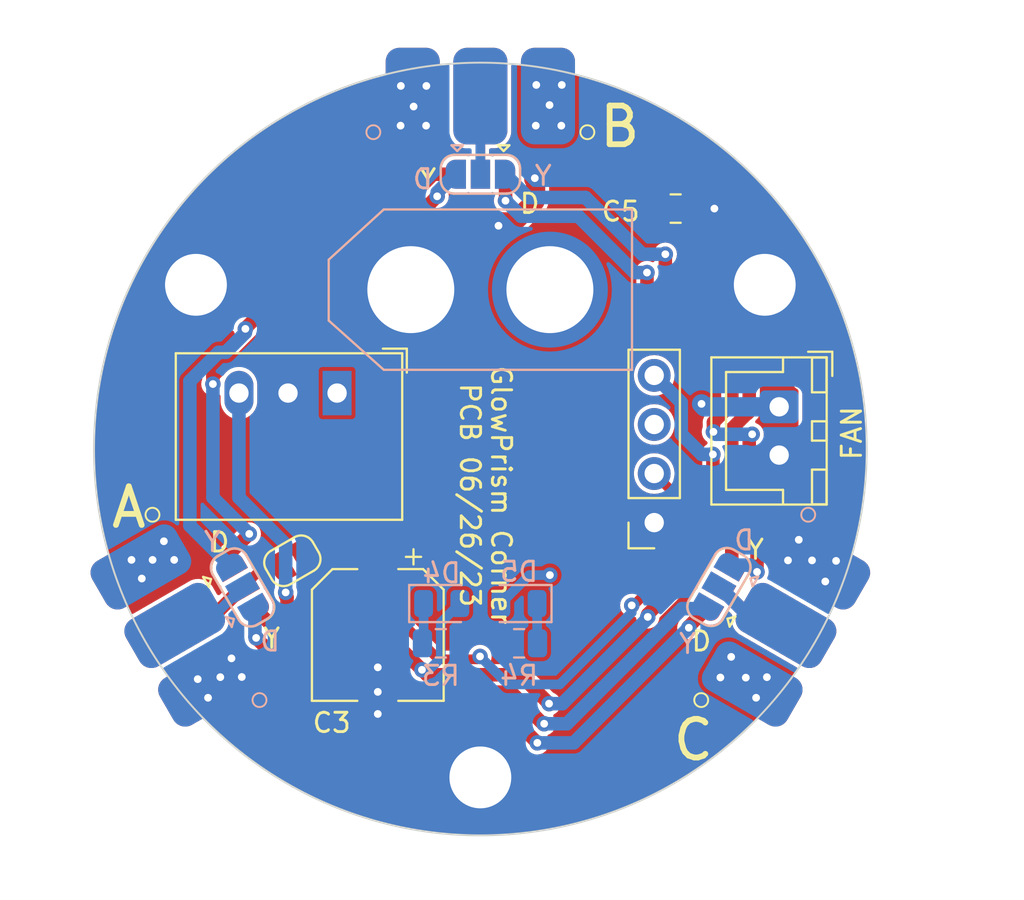
<source format=kicad_pcb>
(kicad_pcb (version 20221018) (generator pcbnew)
  (layers (0 "F.Cu" signal) (31 "B.Cu" signal) (34 "B.Paste" user) (35 "F.Paste" user) (36 "B.SilkS" user "B.Silkscreen") (37 "F.SilkS" user "F.Silkscreen") (38 "B.Mask" user) (39 "F.Mask" user) (44 "Edge.Cuts" user))
  (net 0 "")
  (net 1 "VCC")
  (net 2 "GND")
  (net 3 "Net-(D4-K)")
  (net 4 "+5V")
  (net 5 "Net-(D5-K)")
  (net 6 "Net-(J1-Pin_2)")
  (net 7 "Net-(J2-Pin_2)")
  (net 8 "Net-(J3-Pin_2)")
  (net 9 "Net-(J4-Pin_2)")
  (net 10 "Net-(J5-Pin_2)")
  (net 11 "Net-(J6-Pin_2)")
  (net 12 "AInput")
  (net 14 "Net-(JP2-A)")
  (net 15 "Net-(JP2-B)")
  (net 16 "Net-(JP3-A)")
  (net 17 "Net-(JP3-B)")
  (net 18 "Net-(JP4-A)")
  (net 19 "Net-(JP4-B)")
  (footprint "Library Cube Library:3 Pad Input" (layer "F.Cu") (at 0 -17 -90)
    (fp_text reference "J5" hide)
    (fp_text value "Conn_01x03_Pin")
    (pad "1" smd roundrect (at -1.27 -3.5 270) (size 5 2.8) (layers "F.Cu" "F.Paste" "F.Mask") (net 1 "VCC"))
    (pad "2" smd roundrect (at -1.27 0 270) (size 5 2.8) (layers "F.Cu" "F.Paste" "F.Mask") (net 10 "Net-(J5-Pin_2)"))
    (pad "3" smd roundrect (at -1.27 3.5 270) (size 5 2.8) (layers "F.Cu" "F.Paste" "F.Mask") (net 2 "GND"))
  )
  (footprint "Connector_PinSocket_2.54mm:PinSocket_1x04_P2.54mm_Vertical" (layer "F.Cu") (at 9 3.81 180)
    (fp_text reference "J8" hide)
    (fp_text value "Conn_01x04")
    (pad "1" thru_hole rect (at 0 0 180) (size 1.7 1.7) (drill 1) (layers "*.Cu" "*.Mask") (net 2 "GND"))
    (pad "2" thru_hole oval (at 0 2.54 180) (size 1.7 1.7) (drill 1) (layers "*.Cu" "*.Mask") (net 12 "AInput"))
    (pad "3" thru_hole oval (at 0 5.08 180) (size 1.7 1.7) (drill 1) (layers "*.Cu" "*.Mask"))
    (pad "4" thru_hole oval (at 0 7.62 180) (size 1.7 1.7) (drill 1) (layers "*.Cu" "*.Mask") (net 4 "+5V"))
  )
  (footprint "Jumper:SolderJumper-3_P1.3mm_Open_RoundedPad1.0x1.5mm" (layer "F.Cu") (at 12.3548 7.145633 60)
    (fp_text reference "JP4" hide)
    (fp_text value "SolderJumper_3_Open")
    (pad "1" smd custom (at -1.3 0 60) (size 1 0.5) (layers "F.Cu" "F.Mask") (net 18 "Net-(JP4-A)") (options (clearance outline) (anchor rect)) (primitives (gr_circle (center 0 0.25) (end 0.5 0.25) (width 0) (fill yes)) (gr_circle (center 0 -0.25) (end 0.5 -0.25) (width 0) (fill yes)) (gr_poly (pts (xy 0.55 0.75) (xy 0 0.75) (xy 0 -0.75) (xy 0.55 -0.75)) (width 0) (fill yes))))
    (pad "2" smd rect (at 0 0 60) (size 1 1.5) (layers "F.Cu" "F.Mask") (net 11 "Net-(J6-Pin_2)"))
    (pad "3" smd custom (at 1.3 0 60) (size 1 0.5) (layers "F.Cu" "F.Mask") (net 19 "Net-(JP4-B)") (options (clearance outline) (anchor rect)) (primitives (gr_circle (center 0 0.25) (end 0.5 0.25) (width 0) (fill yes)) (gr_circle (center 0 -0.25) (end 0.5 -0.25) (width 0) (fill yes)) (gr_poly (pts (xy 0 0.75) (xy -0.55 0.75) (xy -0.55 -0.75) (xy 0 -0.75)) (width 0) (fill yes))))
  )
  (footprint "Connector_JST:JST_XH_B2B-XH-A_1x02_P2.50mm_Vertical" (layer "F.Cu") (at 15.4686 -2.1844 -90)
    (fp_text reference "J9" hide)
    (fp_text value "Conn_01x02")
    (pad "1" thru_hole roundrect (at 0 0 270) (size 1.7 2) (drill 1) (layers "*.Cu" "*.Mask") (roundrect_rratio 0.1470588235) (net 1 "VCC"))
    (pad "2" thru_hole oval (at 2.5 0 270) (size 1.7 2) (drill 1) (layers "*.Cu" "*.Mask") (net 2 "GND"))
  )
  (footprint "Library Cube Library:3 Pad Input" (layer "F.Cu") (at 14.722432 8.5 150)
    (fp_text reference "J6" hide)
    (fp_text value "Conn_01x03_Pin")
    (pad "1" smd roundrect (at -1.27 -3.5 150) (size 5 2.8) (layers "F.Cu" "F.Paste" "F.Mask") (net 1 "VCC"))
    (pad "2" smd roundrect (at -1.27 0 150) (size 5 2.8) (layers "F.Cu" "F.Paste" "F.Mask") (net 11 "Net-(J6-Pin_2)"))
    (pad "3" smd roundrect (at -1.27 3.5 150) (size 5 2.8) (layers "F.Cu" "F.Paste" "F.Mask") (net 2 "GND"))
  )
  (footprint "MountingHole:MountingHole_3.2mm_M3_DIN965_Pad" (layer "F.Cu") (at 14.722432 -8.5)
    (fp_text reference "H2" hide)
    (fp_text value "MountingHole_Pad")
    (pad "1" thru_hole circle (at 0 0) (size 5.6 5.6) (drill 3.2) (layers "*.Cu" "*.Mask") (net 2 "GND"))
  )
  (footprint "Capacitor_SMD:C_0805_2012Metric" (layer "F.Cu") (at 10.1092 -12.446)
    (fp_text reference "C5" (at -2.8448 0.1524) (layer "F.SilkS"))
    (fp_text value "1uF")
    (pad "1" smd roundrect (at -0.95 0) (size 1 1.45) (layers "F.Cu" "F.Paste" "F.Mask") (net 1 "VCC"))
    (pad "2" smd roundrect (at 0.95 0) (size 1 1.45) (layers "F.Cu" "F.Paste" "F.Mask") (net 2 "GND"))
  )
  (footprint "Jumper:SolderJumper-3_P1.3mm_Open_RoundedPad1.0x1.5mm" (layer "F.Cu") (at 0.0046 -14.224 180)
    (fp_text reference "JP3" hide)
    (fp_text value "SolderJumper_3_Open")
    (pad "1" smd custom (at -1.3 0 180) (size 1 0.5) (layers "F.Cu" "F.Mask") (net 16 "Net-(JP3-A)") (options (clearance outline) (anchor rect)) (primitives (gr_circle (center 0 0.25) (end 0.5 0.25) (width 0) (fill yes)) (gr_circle (center 0 -0.25) (end 0.5 -0.25) (width 0) (fill yes)) (gr_poly (pts (xy 0.55 0.75) (xy 0 0.75) (xy 0 -0.75) (xy 0.55 -0.75)) (width 0) (fill yes))))
    (pad "2" smd rect (at 0 0 180) (size 1 1.5) (layers "F.Cu" "F.Mask") (net 10 "Net-(J5-Pin_2)"))
    (pad "3" smd custom (at 1.3 0 180) (size 1 0.5) (layers "F.Cu" "F.Mask") (net 17 "Net-(JP3-B)") (options (clearance outline) (anchor rect)) (primitives (gr_circle (center 0 0.25) (end 0.5 0.25) (width 0) (fill yes)) (gr_circle (center 0 -0.25) (end 0.5 -0.25) (width 0) (fill yes)) (gr_poly (pts (xy 0 0.75) (xy -0.55 0.75) (xy -0.55 -0.75) (xy 0 -0.75)) (width 0) (fill yes))))
  )
  (footprint "Jumper:SolderJumper-3_P1.3mm_Open_RoundedPad1.0x1.5mm" (layer "F.Cu") (at -12.304 7.171033 -60)
    (fp_text reference "JP2" hide)
    (fp_text value "SolderJumper_3_Open")
    (pad "1" smd custom (at -1.3 0 300) (size 1 0.5) (layers "F.Cu" "F.Mask") (net 14 "Net-(JP2-A)") (options (clearance outline) (anchor rect)) (primitives (gr_circle (center 0 0.25) (end 0.5 0.25) (width 0) (fill yes)) (gr_circle (center 0 -0.25) (end 0.5 -0.25) (width 0) (fill yes)) (gr_poly (pts (xy 0.55 0.75) (xy 0 0.75) (xy 0 -0.75) (xy 0.55 -0.75)) (width 0) (fill yes))))
    (pad "2" smd rect (at 0 0 300) (size 1 1.5) (layers "F.Cu" "F.Mask") (net 9 "Net-(J4-Pin_2)"))
    (pad "3" smd custom (at 1.3 0 300) (size 1 0.5) (layers "F.Cu" "F.Mask") (net 15 "Net-(JP2-B)") (options (clearance outline) (anchor rect)) (primitives (gr_circle (center 0 0.25) (end 0.5 0.25) (width 0) (fill yes)) (gr_circle (center 0 -0.25) (end 0.5 -0.25) (width 0) (fill yes)) (gr_poly (pts (xy 0 0.75) (xy -0.55 0.75) (xy -0.55 -0.75) (xy 0 -0.75)) (width 0) (fill yes))))
  )
  (footprint "Converter_DCDC:Converter_DCDC_RECOM_R-78E-0.5_THT" (layer "F.Cu") (at -7.4168 -2.8956 180)
    (fp_text reference "U1" hide)
    (fp_text value "R-78E5.0-0.5")
    (pad "1" thru_hole rect (at 0 0 180) (size 1.5 2.3) (drill 1) (layers "*.Cu" "*.Mask") (net 1 "VCC"))
    (pad "2" thru_hole oval (at 2.54 0 180) (size 1.5 2.3) (drill 1) (layers "*.Cu" "*.Mask") (net 2 "GND"))
    (pad "3" thru_hole oval (at 5.08 0 180) (size 1.5 2.3) (drill 1) (layers "*.Cu" "*.Mask") (net 4 "+5V"))
  )
  (footprint "Jumper:SolderJumper-2_P1.3mm_Open_RoundedPad1.0x1.5mm" (layer "F.Cu") (at -9.732317 5.786 30)
    (fp_text reference "JP1" hide)
    (fp_text value "SolderJumper_2_Open")
    (pad "1" smd custom (at -0.65 0 30) (size 1 0.5) (layers "F.Cu" "F.Mask") (net 9 "Net-(J4-Pin_2)") (options (clearance outline) (anchor rect)) (primitives (gr_circle (center 0 0.25) (end 0.5 0.25) (width 0) (fill yes)) (gr_circle (center 0 -0.25) (end 0.5 -0.25) (width 0) (fill yes)) (gr_poly (pts (xy 0.5 0.75) (xy 0 0.75) (xy 0 -0.75) (xy 0.5 -0.75)) (width 0) (fill yes))))
    (pad "2" smd custom (at 0.65 0 30) (size 1 0.5) (layers "F.Cu" "F.Mask") (net 12 "AInput") (options (clearance outline) (anchor rect)) (primitives (gr_circle (center 0 0.25) (end 0.5 0.25) (width 0) (fill yes)) (gr_circle (center 0 -0.25) (end 0.5 -0.25) (width 0) (fill yes)) (gr_poly (pts (xy 0 0.75) (xy -0.5 0.75) (xy -0.5 -0.75) (xy 0 -0.75)) (width 0) (fill yes))))
  )
  (footprint "MountingHole:MountingHole_3.2mm_M3_DIN965_Pad" (layer "F.Cu") (at 0 17)
    (fp_text reference "H1" hide)
    (fp_text value "MountingHole_Pad")
    (pad "1" thru_hole circle (at 0 0) (size 5.6 5.6) (drill 3.2) (layers "*.Cu" "*.Mask") (net 2 "GND"))
  )
  (footprint "Library Cube Library:3 Pad Input" (layer "F.Cu") (at -14.722432 8.5 30)
    (fp_text reference "J4" hide)
    (fp_text value "Conn_01x03_Pin")
    (pad "1" smd roundrect (at -1.27 -3.5 30) (size 5 2.8) (layers "F.Cu" "F.Paste" "F.Mask") (net 1 "VCC"))
    (pad "2" smd roundrect (at -1.27 0 30) (size 5 2.8) (layers "F.Cu" "F.Paste" "F.Mask") (net 9 "Net-(J4-Pin_2)"))
    (pad "3" smd roundrect (at -1.27 3.5 30) (size 5 2.8) (layers "F.Cu" "F.Paste" "F.Mask") (net 2 "GND"))
  )
  (footprint "Capacitor_SMD:CP_Elec_6.3x5.9" (layer "F.Cu") (at -5.3086 9.6266 -90)
    (fp_text reference "C3" (at 4.5466 2.3876 -180) (layer "F.SilkS"))
    (fp_text value "47uF")
    (pad "1" smd roundrect (at -2.8 0 270) (size 3.5 1.6) (layers "F.Cu" "F.Paste" "F.Mask") (roundrect_rratio 0.15625) (net 1 "VCC"))
    (pad "2" smd roundrect (at 2.8 0 270) (size 3.5 1.6) (layers "F.Cu" "F.Paste" "F.Mask") (roundrect_rratio 0.15625) (net 2 "GND"))
  )
  (footprint "MountingHole:MountingHole_3.2mm_M3_DIN965_Pad" (layer "F.Cu") (at -14.722432 -8.5)
    (fp_text reference "H3" hide)
    (fp_text value "MountingHole_Pad")
    (pad "1" thru_hole circle (at 0 0) (size 5.6 5.6) (drill 3.2) (layers "*.Cu" "*.Mask") (net 2 "GND"))
  )
  (footprint "Capacitor_SMD:C_0805_2012Metric" (layer "B.Cu") (at -2.0472 10.0584)
    (fp_text reference "R3" (at 0 1.68) (layer "B.SilkS") (effects (justify mirror)))
    (fp_text value "3k3")
    (pad "1" smd roundrect (at -0.95 0) (size 1 1.45) (layers "B.Cu" "B.Paste" "B.Mask") (net 3 "Net-(D4-K)"))
    (pad "2" smd roundrect (at 0.95 0) (size 1 1.45) (layers "B.Cu" "B.Paste" "B.Mask") (net 2 "GND"))
  )
  (footprint "Connector_AMASS:AMASS_XT60-M_1x02_P7.20mm_Vertical" (layer "B.Cu") (at -3.6 -8.25)
    (fp_text reference "J7" hide)
    (fp_text value "Conn_01x02")
    (pad "1" thru_hole roundrect (at 0 0) (size 6 6) (drill 4.5) (layers "*.Cu" "*.Mask") (net 2 "GND"))
    (pad "2" thru_hole circle (at 7.2 0) (size 6 6) (drill 4.5) (layers "*.Cu" "*.Mask") (net 1 "VCC"))
  )
  (footprint "Jumper:SolderJumper-3_P1.3mm_Open_RoundedPad1.0x1.5mm" (layer "B.Cu") (at -12.319 7.1628 120)
    (fp_text reference "JP5" hide)
    (fp_text value "SolderJumper_3_Open")
    (pad "1" smd custom (at -1.3 0 120) (size 1 0.5) (layers "B.Cu" "B.Mask") (net 18 "Net-(JP4-A)") (options (clearance outline) (anchor rect)) (primitives (gr_circle (center 0 -0.25) (end 0.5 -0.25) (width 0) (fill yes)) (gr_circle (center 0 0.25) (end 0.5 0.25) (width 0) (fill yes)) (gr_poly (pts (xy 0.55 -0.75) (xy 0 -0.75) (xy 0 0.75) (xy 0.55 0.75)) (width 0) (fill yes))))
    (pad "2" smd rect (at 0 0 120) (size 1 1.5) (layers "B.Cu" "B.Mask") (net 6 "Net-(J1-Pin_2)"))
    (pad "3" smd custom (at 1.3 0 120) (size 1 0.5) (layers "B.Cu" "B.Mask") (net 17 "Net-(JP3-B)") (options (clearance outline) (anchor rect)) (primitives (gr_circle (center 0 -0.25) (end 0.5 -0.25) (width 0) (fill yes)) (gr_circle (center 0 0.25) (end 0.5 0.25) (width 0) (fill yes)) (gr_poly (pts (xy 0 -0.75) (xy -0.55 -0.75) (xy -0.55 0.75) (xy 0 0.75)) (width 0) (fill yes))))
  )
  (footprint "LED_SMD:LED_0805_2012Metric" (layer "B.Cu") (at -2 8)
    (fp_text reference "D4" (at -0.0066 -1.5738 180) (layer "B.SilkS") (effects (justify mirror)))
    (fp_text value "OLED")
    (pad "1" smd roundrect (at -0.9375 0) (size 0.975 1.4) (layers "B.Cu" "B.Paste" "B.Mask") (net 3 "Net-(D4-K)"))
    (pad "2" smd roundrect (at 0.9375 0) (size 0.975 1.4) (layers "B.Cu" "B.Paste" "B.Mask") (net 4 "+5V"))
  )
  (footprint "Jumper:SolderJumper-3_P1.3mm_Open_RoundedPad1.0x1.5mm" (layer "B.Cu") (at 12.3444 7.1374 -120)
    (fp_text reference "JP7" hide)
    (fp_text value "SolderJumper_3_Open")
    (pad "1" smd custom (at -1.3 0 240) (size 1 0.5) (layers "B.Cu" "B.Mask") (net 16 "Net-(JP3-A)") (options (clearance outline) (anchor rect)) (primitives (gr_circle (center 0 -0.25) (end 0.5 -0.25) (width 0) (fill yes)) (gr_circle (center 0 0.25) (end 0.5 0.25) (width 0) (fill yes)) (gr_poly (pts (xy 0.55 -0.75) (xy 0 -0.75) (xy 0 0.75) (xy 0.55 0.75)) (width 0) (fill yes))))
    (pad "2" smd rect (at 0 0 240) (size 1 1.5) (layers "B.Cu" "B.Mask") (net 8 "Net-(J3-Pin_2)"))
    (pad "3" smd custom (at 1.3 0 240) (size 1 0.5) (layers "B.Cu" "B.Mask") (net 15 "Net-(JP2-B)") (options (clearance outline) (anchor rect)) (primitives (gr_circle (center 0 -0.25) (end 0.5 -0.25) (width 0) (fill yes)) (gr_circle (center 0 0.25) (end 0.5 0.25) (width 0) (fill yes)) (gr_poly (pts (xy 0 -0.75) (xy -0.55 -0.75) (xy -0.55 0.75) (xy 0 0.75)) (width 0) (fill yes))))
  )
  (footprint "LED_SMD:LED_0805_2012Metric" (layer "B.Cu") (at 2 8 180)
    (fp_text reference "D5" (at 0 1.65) (layer "B.SilkS") (effects (justify mirror)))
    (fp_text value "OLED")
    (pad "1" smd roundrect (at -0.9375 0 180) (size 0.975 1.4) (layers "B.Cu" "B.Paste" "B.Mask") (net 5 "Net-(D5-K)"))
    (pad "2" smd roundrect (at 0.9375 0 180) (size 0.975 1.4) (layers "B.Cu" "B.Paste" "B.Mask") (net 1 "VCC"))
  )
  (footprint "Capacitor_SMD:C_0805_2012Metric" (layer "B.Cu") (at 2.0066 10.0584 180)
    (fp_text reference "R4" (at 0 -1.6764) (layer "B.SilkS") (effects (justify mirror)))
    (fp_text value "10k")
    (pad "1" smd roundrect (at -0.95 0 180) (size 1 1.45) (layers "B.Cu" "B.Paste" "B.Mask") (net 5 "Net-(D5-K)"))
    (pad "2" smd roundrect (at 0.95 0 180) (size 1 1.45) (layers "B.Cu" "B.Paste" "B.Mask") (net 2 "GND"))
  )
  (footprint "Library Cube Library:3 Pad Input" (layer "B.Cu") (at 0 -17 -90)
    (fp_text reference "J2" hide)
    (fp_text value "Conn_01x03_Pin")
    (pad "1" smd roundrect (at -1.27 3.5 270) (size 5 2.8) (layers "B.Cu" "B.Paste" "B.Mask") (net 2 "GND"))
    (pad "2" smd roundrect (at -1.27 0 270) (size 5 2.8) (layers "B.Cu" "B.Paste" "B.Mask") (net 7 "Net-(J2-Pin_2)"))
    (pad "3" smd roundrect (at -1.27 -3.5 270) (size 5 2.8) (layers "B.Cu" "B.Paste" "B.Mask") (net 1 "VCC"))
  )
  (footprint "Library Cube Library:3 Pad Input" (layer "B.Cu") (at 14.722432 8.5 150)
    (fp_text reference "J3" hide)
    (fp_text value "Conn_01x03_Pin")
    (pad "1" smd roundrect (at -1.27 3.5 150) (size 5 2.8) (layers "B.Cu" "B.Paste" "B.Mask") (net 2 "GND"))
    (pad "2" smd roundrect (at -1.27 0 150) (size 5 2.8) (layers "B.Cu" "B.Paste" "B.Mask") (net 8 "Net-(J3-Pin_2)"))
    (pad "3" smd roundrect (at -1.27 -3.5 150) (size 5 2.8) (layers "B.Cu" "B.Paste" "B.Mask") (net 1 "VCC"))
  )
  (footprint "Jumper:SolderJumper-3_P1.3mm_Open_RoundedPad1.0x1.5mm" (layer "B.Cu") (at 0.0046 -14.224)
    (fp_text reference "JP6" hide)
    (fp_text value "SolderJumper_3_Open")
    (pad "1" smd custom (at -1.3 0) (size 1 0.5) (layers "B.Cu" "B.Mask") (net 14 "Net-(JP2-A)") (options (clearance outline) (anchor rect)) (primitives (gr_circle (center 0 -0.25) (end 0.5 -0.25) (width 0) (fill yes)) (gr_circle (center 0 0.25) (end 0.5 0.25) (width 0) (fill yes)) (gr_poly (pts (xy 0.55 -0.75) (xy 0 -0.75) (xy 0 0.75) (xy 0.55 0.75)) (width 0) (fill yes))))
    (pad "2" smd rect (at 0 0) (size 1 1.5) (layers "B.Cu" "B.Mask") (net 7 "Net-(J2-Pin_2)"))
    (pad "3" smd custom (at 1.3 0) (size 1 0.5) (layers "B.Cu" "B.Mask") (net 19 "Net-(JP4-B)") (options (clearance outline) (anchor rect)) (primitives (gr_circle (center 0 -0.25) (end 0.5 -0.25) (width 0) (fill yes)) (gr_circle (center 0 0.25) (end 0.5 0.25) (width 0) (fill yes)) (gr_poly (pts (xy 0 -0.75) (xy -0.55 -0.75) (xy -0.55 0.75) (xy 0 0.75)) (width 0) (fill yes))))
  )
  (footprint "Library Cube Library:3 Pad Input" (layer "B.Cu") (at -14.722432 8.5 30)
    (fp_text reference "J1" hide)
    (fp_text value "Conn_01x03_Pin")
    (pad "1" smd roundrect (at -1.27 3.5 30) (size 5 2.8) (layers "B.Cu" "B.Paste" "B.Mask") (net 2 "GND"))
    (pad "2" smd roundrect (at -1.27 0 30) (size 5 2.8) (layers "B.Cu" "B.Paste" "B.Mask") (net 6 "Net-(J1-Pin_2)"))
    (pad "3" smd roundrect (at -1.27 -3.5 30) (size 5 2.8) (layers "B.Cu" "B.Paste" "B.Mask") (net 1 "VCC"))
  )
  (gr_circle (center 0 0) (end 20 0) (stroke (width 0.1)) (fill none) (layer "Edge.Cuts"))
  (gr_text "D" (at -2.3876 -13.3858) (layer "B.SilkS") (effects (font (size 1 1)) (justify left bottom mirror)))
  (gr_text "Y" (at 11.2522 10.668) (layer "B.SilkS") (effects (font (size 1 1)) (justify left bottom mirror)))
  (gr_text "Y" (at 3.7846 -13.5636) (layer "B.SilkS") (effects (font (size 1 1)) (justify left bottom mirror)))
  (gr_text "D" (at 14.2494 5.3086) (layer "B.SilkS") (effects (font (size 1 1)) (justify left bottom mirror)))
  (gr_text "D" (at -10.287 10.541) (layer "B.SilkS") (effects (font (size 1 1)) (justify left bottom mirror)))
  (gr_text "Y" (at -13.344 5.387448) (layer "B.SilkS") (effects (font (size 1 1)) (justify left bottom mirror)))
  (gr_text "Y" (at 13.716 5.7912) (layer "F.SilkS") (effects (font (size 1 1)) (justify left bottom)))
  (gr_text "B" (at 6.0198 -15.5194) (layer "F.SilkS") (effects (font (size 2 2) (thickness 0.3)) (justify left bottom)))
  (gr_text "D" (at 1.9558 -12.1158) (layer "F.SilkS") (effects (font (size 1 1)) (justify left bottom)))
  (gr_text "Y" (at -11.3284 10.3886) (layer "F.SilkS") (effects (font (size 1 1)) (justify left bottom)))
  (gr_text "D" (at -14.097 5.4102) (layer "F.SilkS") (effects (font (size 1 1)) (justify left bottom)))
  (gr_text "C" (at 9.8298 16.2306) (layer "F.SilkS") (effects (font (size 2 2) (thickness 0.3)) (justify left bottom)))
  (gr_text "FAN" (at 19.812 0.6604 90) (layer "F.SilkS") (effects (font (size 1 1)) (justify left bottom)))
  (gr_text "GlowPrism Corner \nPCB 06/26/23 " (at -1.1176 2.7686 270) (layer "F.SilkS") (effects (font (size 1 1)) (justify bottom)))
  (gr_text "A" (at -19.2532 4.191) (layer "F.SilkS") (effects (font (size 2 2) (thickness 0.3)) (justify left bottom)))
  (gr_text "Y" (at -3.2512 -13.3858) (layer "F.SilkS") (effects (font (size 1 1)) (justify left bottom)))
  (gr_text "D" (at 10.8458 10.541) (layer "F.SilkS") (effects (font (size 1 1)) (justify left bottom)))
  (segment (start 11.45 -3.552032) (end 10.8966 -4.105432) (width 1) (layer "F.Cu") (net 1))
  (segment (start -7.4168 -0.912637) (end -5.209963 1.2942) (width 1) (layer "F.Cu") (net 1))
  (segment (start -14.216165 1.2942) (end -5.209963 1.2942) (width 5) (layer "F.Cu") (net 1))
  (segment (start 3.6 -8.5) (end 3.6 -4.6482) (width 5) (layer "F.Cu") (net 1))
  (segment (start 6.6 -11.5) (end 6.6 -14.663378) (width 5) (layer "F.Cu") (net 1))
  (segment (start 2.0921 -3.1403) (end -0.47403 -0.57417) (width 5) (layer "F.Cu") (net 1))
  (segment (start 7.546 -12.446) (end 6.6 -11.5) (width 0.5) (layer "F.Cu") (net 1))
  (segment (start 11.886051 12.836943) (end 12.372168 12.372168) (width 5) (layer "F.Cu") (net 1))
  (segment (start 0.852299 -1.900499) (end 2.0921 -3.1403) (width 5) (layer "F.Cu") (net 1))
  (segment (start -16.966545 4.275214) (end -17.009403 4.087438) (width 5) (layer "F.Cu") (net 1))
  (segment (start 6.6 -14.663378) (end 4.500277 -16.763101) (width 5) (layer "F.Cu") (net 1))
  (segment (start -5.3086 6.8266) (end -5.3086 1.392837) (width 2) (layer "F.Cu") (net 1))
  (segment (start 3.6 -8.5) (end 6.6 -11.5) (width 5) (layer "F.Cu") (net 1))
  (segment (start 4.478658 -16.763101) (end 4.275214 -16.966545) (width 5) (layer "F.Cu") (net 1))
  (segment (start 5.7311 10.3725) (end 8.195544 12.836943) (width 5) (layer "F.Cu") (net 1))
  (segment (start 2.242001 6.8834) (end 3.6 8.241399) (width 0.5) (layer "F.Cu") (net 1))
  (segment (start 9.1592 -12.446) (end 7.546 -12.446) (width 0.5) (layer "F.Cu") (net 1))
  (segment (start -0.47403 -0.57417) (end -3.341594 -0.57417) (width 5) (layer "F.Cu") (net 1))
  (segment (start -17.009403 4.087438) (end -14.216165 1.2942) (width 5) (layer "F.Cu") (net 1))
  (segment (start 3.6 8.241399) (end 5.7311 10.3725) (width 5) (layer "F.Cu") (net 1))
  (segment (start 10.8966 -4.105432) (end 6.502032 -8.5) (width 1) (layer "F.Cu") (net 1))
  (segment (start 6.502032 -8.5) (end 3.6 -8.5) (width 1) (layer "F.Cu") (net 1))
  (segment (start 2.0921 -3.1403) (end 3.6 -4.6482) (width 5) (layer "F.Cu") (net 1))
  (segment (start -7.4168 -2.8956) (end -7.4168 -0.912637) (width 1) (layer "F.Cu") (net 1))
  (segment (start 8.195544 12.836943) (end 11.886051 12.836943) (width 5) (layer "F.Cu") (net 1))
  (segment (start 3.6 6.5278) (end 3.6 8.241399) (width 5) (layer "F.Cu") (net 1))
  (segment (start -5.3086 1.392837) (end -5.209963 1.2942) (width 2) (layer "F.Cu") (net 1))
  (segment (start 11.45 -2.3368) (end 11.45 -3.552032) (width 1) (layer "F.Cu") (net 1))
  (segment (start 3.6 -4.6482) (end 3.6 6.5278) (width 5) (layer "F.Cu") (net 1))
  (segment (start 4.500277 -16.763101) (end 4.478658 -16.763101) (width 5) (layer "F.Cu") (net 1))
  (segment (start -3.341594 -0.57417) (end -5.209963 1.2942) (width 5) (layer "F.Cu") (net 1))
  (via (at 4.191 -16.7386) (size 0.8) (drill 0.4) (layers "F.Cu" "B.Cu") (net 1))
  (via (at 2.8956 -18.8468) (size 0.8) (drill 0.4) (layers "F.Cu" "B.Cu") (net 1))
  (via (at 3.6 6.5278) (size 0.8) (drill 0.4) (layers "F.Cu" "B.Cu") (net 1))
  (via (at 4.2164 -18.8468) (size 0.8) (drill 0.4) (layers "F.Cu" "B.Cu") (net 1))
  (via (at 12.9846 10.761178) (size 0.8) (drill 0.4) (layers "F.Cu" "B.Cu") (net 1))
  (via (at -15.8496 5.7404) (size 0.8) (drill 0.4) (layers "F.Cu" "B.Cu") (net 1))
  (via (at 2.8702 -16.7386) (size 0.8) (drill 0.4) (layers "F.Cu" "B.Cu") (net 1))
  (via (at 12.4258 11.827978) (size 0.8) (drill 0.4) (layers "F.Cu" "B.Cu") (net 1))
  (via (at -18.0594 5.7404) (size 0.8) (drill 0.4) (layers "F.Cu" "B.Cu") (net 1))
  (via (at -17.526 6.7056) (size 0.8) (drill 0.4) (layers "F.Cu" "B.Cu") (net 1))
  (via (at 3.5814 -17.8054) (size 0.8) (drill 0.4) (layers "F.Cu" "B.Cu") (net 1))
  (via (at -16.383 4.7752) (size 0.8) (drill 0.4) (layers "F.Cu" "B.Cu") (net 1))
  (via (at 14.2748 12.8778) (size 0.8) (drill 0.4) (layers "F.Cu" "B.Cu") (net 1))
  (via (at -16.9672 5.7404) (size 0.8) (drill 0.4) (layers "F.Cu" "B.Cu") (net 1))
  (via (at 13.7414 11.8364) (size 0.8) (drill 0.4) (layers "F.Cu" "B.Cu") (net 1))
  (via (at 11.45 -2.3368) (size 0.8) (drill 0.4) (layers "F.Cu" "B.Cu") (net 1))
  (via (at 14.8336 11.811) (size 0.8) (drill 0.4) (layers "F.Cu" "B.Cu") (net 1))
  (segment (start 15.4686 -2.1844) (end 11.6024 -2.1844) (width 1) (layer "B.Cu") (net 1))
  (segment (start 11.6024 -2.1844) (end 11.45 -2.3368) (width 1) (layer "B.Cu") (net 1))
  (segment (start 1.0625 8) (end 2.5347 6.5278) (width 0.5) (layer "B.Cu") (net 1))
  (segment (start 2.5347 6.5278) (end 3.6 6.5278) (width 0.5) (layer "B.Cu") (net 1))
  (segment (start 0 17) (end -0.1766 17.1766) (width 2) (layer "F.Cu") (net 2))
  (segment (start 2.8194 -12.816739) (end 2.40117 -12.398509) (width 1) (layer "F.Cu") (net 2))
  (segment (start 14.722432 -7.158568) (end 17.3966 -4.4844) (width 3) (layer "F.Cu") (net 2))
  (segment (start 16.4846 4.699) (end 16.4846 1.4986) (width 3) (layer "F.Cu") (net 2))
  (segment (start 2.8194 -13.028081) (end 2.8194 -12.816739) (width 1) (layer "F.Cu") (net 2))
  (segment (start -7.017232 -16.2052) (end -4.6632 -16.2052) (width 3) (layer "F.Cu") (net 2))
  (segment (start 2.859038 -13.878856) (end 2.768247 -13.969647) (width 1) (layer "F.Cu") (net 2))
  (segment (start 17.3966 -4.4844) (end 17.9186 -4.4844) (width 3) (layer "F.Cu") (net 2))
  (segment (start 2.859038 -13.067719) (end 2.859038 -13.878856) (width 1) (layer "F.Cu") (net 2))
  (segment (start 16.4846 1.4986) (end 18.1686 -0.1854) (width 3) (layer "F.Cu") (net 2))
  (segment (start 11.0592 -12.446) (end 12.1158 -12.446) (width 0.5) (layer "F.Cu") (net 2))
  (segment (start 14.722432 -8.5) (end 14.722432 -7.158568) (width 3) (layer "F.Cu") (net 2))
  (segment (start -4.6632 -16.2052) (end -4.1298 -16.7386) (width 2) (layer "F.Cu") (net 2))
  (segment (start 2.8194 -13.028081) (end 2.859038 -13.067719) (width 1) (layer "F.Cu") (net 2))
  (segment (start 2.8194 -14.0208) (end 2.8194 -13.028081) (width 0.7) (layer "F.Cu") (net 2))
  (segment (start -12.497311 12.166089) (end -14.072284 12.166089) (width 2) (layer "F.Cu") (net 2))
  (segment (start -5.3086 12.4266) (end -5.3086 12.573) (width 2) (layer "F.Cu") (net 2))
  (segment (start 2.40117 -12.398509) (end 2.40117 -12.397803) (width 1) (layer "F.Cu") (net 2))
  (segment (start 15.4686 0.3156) (end 15.4686 0.4826) (width 0.5) (layer "F.Cu") (net 2))
  (segment (start 17.9186 -4.4844) (end 17.9186 -3.9624) (width 3) (layer "F.Cu") (net 2))
  (segment (start -0.1766 17.1766) (end -7.4868 17.1766) (width 2) (layer "F.Cu") (net 2))
  (segment (start -7.4868 17.1766) (end -12.497311 12.166089) (width 2) (layer "F.Cu") (net 2))
  (segment (start 2.40117 -12.397803) (end 1.756805 -11.753438) (width 1) (layer "F.Cu") (net 2))
  (segment (start 15.4686 0.4826) (end 16.4846 1.4986) (width 0.5) (layer "F.Cu") (net 2))
  (segment (start 1.136238 -11.753438) (end 0.9398 -11.557) (width 1) (layer "F.Cu") (net 2))
  (segment (start 18.1686 -0.1854) (end 18.1686 -3.449092) (width 3) (layer "F.Cu") (net 2))
  (segment (start 1.756805 -11.753438) (end 1.136238 -11.753438) (width 1) (layer "F.Cu") (net 2))
  (segment (start -14.722432 -8.5) (end -7.017232 -16.2052) (width 3) (layer "F.Cu") (net 2))
  (via (at -12.3496 11.802578) (size 0.8) (drill 0.4) (layers "F.Cu" "B.Cu") (net 2))
  (via (at 15.9258 5.7658) (size 0.8) (drill 0.4) (layers "F.Cu" "B.Cu") (net 2))
  (via (at 0.9398 -11.557) (size 0.8) (drill 0.4) (layers "F.Cu" "B.Cu") (net 2))
  (via (at 18.415 5.7912) (size 0.8) (drill 0.4) (layers "F.Cu" "B.Cu") (net 2))
  (via (at -5.3086 13.716) (size 0.8) (drill 0.4) (layers "F.Cu" "B.Cu") (net 2))
  (via (at -13.462 11.811) (size 0.8) (drill 0.4) (layers "F.Cu" "B.Cu") (net 2))
  (via (at -2.794 -18.796) (size 0.8) (drill 0.4) (layers "F.Cu" "B.Cu") (net 2))
  (via (at -5.3086 11.303) (size 0.8) (drill 0.4) (layers "F.Cu" "B.Cu") (net 2))
  (via (at 16.4846 4.699) (size 0.8) (drill 0.4) (layers "F.Cu" "B.Cu") (net 2))
  (via (at -3.4544 -17.7292) (size 0.8) (drill 0.4) (layers "F.Cu" "B.Cu") (net 2))
  (via (at 17.8562 6.858) (size 0.8) (drill 0.4) (layers "F.Cu" "B.Cu") (net 2))
  (via (at -4.1298 -16.7386) (size 0.8) (drill 0.4) (layers "F.Cu" "B.Cu") (net 2))
  (via (at 2.8194 -14.0208) (size 0.8) (drill 0.4) (layers "F.Cu" "B.Cu") (net 2))
  (via (at -2.809 -16.7386) (size 0.8) (drill 0.4) (layers "F.Cu" "B.Cu") (net 2))
  (via (at 17.1704 5.7658) (size 0.8) (drill 0.4) (layers "F.Cu" "B.Cu") (net 2))
  (via (at -12.883 10.837378) (size 0.8) (drill 0.4) (layers "F.Cu" "B.Cu") (net 2))
  (via (at -14.6304 11.9126) (size 0.8) (drill 0.4) (layers "F.Cu" "B.Cu") (net 2))
  (via (at -5.3086 12.573) (size 0.8) (drill 0.4) (layers "F.Cu" "B.Cu") (net 2))
  (via (at -4.1148 -18.796) (size 0.8) (drill 0.4) (layers "F.Cu" "B.Cu") (net 2))
  (via (at 12.1158 -12.446) (size 0.8) (drill 0.4) (layers "F.Cu" "B.Cu") (net 2))
  (via (at -14.097 12.8778) (size 0.8) (drill 0.4) (layers "F.Cu" "B.Cu") (net 2))
  (segment (start 6.3754 -4.112765) (end 6.3754 2.4892) (width 2) (layer "B.Cu") (net 2))
  (segment (start 14.722432 -8.5) (end 10.762635 -8.5) (width 2) (layer "B.Cu") (net 2))
  (segment (start 14.722432 -8.5) (end 18.168346 -5.054086) (width 2) (layer "B.Cu") (net 2))
  (segment (start 18.168346 5.507849) (end 17.572284 6.103911) (width 2) (layer "B.Cu") (net 2))
  (segment (start 3.6068 -13.9192) (end 2.921 -13.9192) (width 0.7) (layer "B.Cu") (net 2))
  (segment (start 6.3754 2.4892) (end 7.6962 3.81) (width 2) (layer "B.Cu") (net 2))
  (segment (start 3.494049 0.6858) (end 5.45 0.6858) (width 5) (layer "B.Cu") (net 2))
  (segment (start -7.64987 13.208) (end -6.1972 11.75533) (width 5) (layer "B.Cu") (net 2))
  (segment (start 10.762635 -8.5) (end 6.3754 -4.112765) (width 2) (layer "B.Cu") (net 2))
  (segment (start -3.6 0.735154) (end -3.6 -8.5) (width 5) (layer "B.Cu") (net 2))
  (segment (start 12.1158 -12.446) (end 10.776432 -12.446) (width 0.5) (layer "B.Cu") (net 2))
  (segment (start 7.6962 3.81) (end 9 3.81) (width 2) (layer "B.Cu") (net 2))
  (segment (start 2.921 -13.9192) (end 2.8194 -14.0208) (width 0.7) (layer "B.Cu") (net 2))
  (segment (start -3.6 -8.25) (end -3.6 -8.4514) (width 5) (layer "B.Cu") (net 2))
  (segment (start -6.1972 11.75533) (end -6.1972 3.332354) (width 5) (layer "B.Cu") (net 2))
  (segment (start -3.6 0.735154) (end 3.444695 0.735154) (width 5) (layer "B.Cu") (net 2))
  (segment (start -7.0612 -14.1224) (end -4.199855 -16.983745) (width 5) (layer "B.Cu") (net 2))
  (segment (start -3.6 -8.4514) (end -7.0612 -11.9126) (width 5) (layer "B.Cu") (net 2))
  (segment (start -11.469023 13.208) (end -7.64987 13.208) (width 5) (layer "B.Cu") (net 2))
  (segment (start -11.804642 12.914778) (end -11.469023 13.208) (width 5) (layer "B.Cu") (net 2))
  (segment (start 10.776432 -12.446) (end 9.303232 -13.9192) (width 0.5) (layer "B.Cu") (net 2))
  (segment (start 15.2146 3.81) (end 17.1704 5.7658) (width 2) (layer "B.Cu") (net 2))
  (segment (start -7.0612 -11.9126) (end -7.0612 -14.1224) (width 5) (layer "B.Cu") (net 2))
  (segment (start 3.444695 0.735154) (end 3.494049 0.6858) (width 5) (layer "B.Cu") (net 2))
  (segment (start 9.303232 -13.9192) (end 3.6068 -13.9192) (width 0.7) (layer "B.Cu") (net 2))
  (segment (start 9 3.81) (end 15.2146 3.81) (width 2) (layer "B.Cu") (net 2))
  (segment (start 18.168346 -5.054086) (end 18.168346 5.507849) (width 2) (layer "B.Cu") (net 2))
  (segment (start -6.1972 3.332354) (end -3.6 0.735154) (width 5) (layer "B.Cu") (net 2))
  (segment (start -2.9375 8) (end -2.9375 9.9987) (width 0.5) (layer "B.Cu") (net 3))
  (segment (start -2.9375 9.9987) (end -2.9972 10.0584) (width 0.5) (layer "B.Cu") (net 3))
  (segment (start -8.684008 9.9822) (end -10.0076 8.658608) (width 0.7) (layer "F.Cu") (net 4))
  (segment (start 8.667219 8.555044) (end 11.738294 5.483969) (width 0.7) (layer "F.Cu") (net 4))
  (segment (start 2.2225 11.8491) (end 3.556 13.1826) (width 0.7) (layer "F.Cu") (net 4))
  (segment (start 11.738294 5.151406) (end 12.1145 4.7752) (width 0.7) (layer "F.Cu") (net 4))
  (segment (start 11.738294 5.483969) (end 11.738294 5.151406) (width 0.7) (layer "F.Cu") (net 4))
  (segment (start 12.1145 4.7752) (end 12.0396 4.7003) (width 0.7) (layer "F.Cu") (net 4))
  (segment (start -2.7652 11.6874) (end -3.0226 11.43) (width 0.7) (layer "F.Cu") (net 4))
  (segment (start -3.0226 11.43) (end -4.4704 9.9822) (width 0.7) (layer "F.Cu") (net 4))
  (segment (start -4.4704 9.9822) (end -5.3848 9.9822) (width 0.7) (layer "F.Cu") (net 4))
  (segment (start 12.0396 4.7003) (end 12.0396 0.2794) (width 0.7) (layer "F.Cu") (net 4))
  (segment (start -10.079038 7.599362) (end -10.079038 7.42322) (width 0.7) (layer "F.Cu") (net 4))
  (segment (start -0.8382 11.6874) (end -2.7652 11.6874) (width 0.7) (layer "F.Cu") (net 4))
  (segment (start -10.0076 7.6708) (end -10.079038 7.599362) (width 0.7) (layer "F.Cu") (net 4))
  (segment (start -5.3848 9.9822) (end -8.684008 9.9822) (width 0.7) (layer "F.Cu") (net 4))
  (segment (start 8.667219 8.692618) (end 8.667219 8.555044) (width 0.7) (layer "F.Cu") (net 4))
  (segment (start 2.0608 11.6874) (end -0.8382 11.6874) (width 0.7) (layer "F.Cu") (net 4))
  (segment (start 3.556 13.1826) (end 2.0608 11.6874) (width 0.7) (layer "F.Cu") (net 4))
  (segment (start -10.0076 8.658608) (end -10.0076 7.6708) (width 0.7) (layer "F.Cu") (net 4))
  (via (at 8.667219 8.692618) (size 0.8) (drill 0.4) (layers "F.Cu" "B.Cu") (net 4))
  (via (at 3.556 13.1826) (size 0.8) (drill 0.4) (layers "F.Cu" "B.Cu") (net 4))
  (via (at 12.0396 0.2794) (size 0.8) (drill 0.4) (layers "F.Cu" "B.Cu") (net 4))
  (via (at -3.0226 11.43) (size 0.8) (drill 0.4) (layers "F.Cu" "B.Cu") (net 4))
  (via (at -10.079038 7.42322) (size 0.8) (drill 0.4) (layers "F.Cu" "B.Cu") (net 4))
  (segment (start 10.4 -0.776) (end 11.4554 0.2794) (width 0.7) (layer "B.Cu") (net 4))
  (segment (start -10.079038 7.42322) (end -10.079038 4.935059) (width 0.7) (layer "B.Cu") (net 4))
  (segment (start 3.556 13.1826) (end 4.247241 13.1826) (width 0.7) (layer "B.Cu") (net 4))
  (segment (start -2.0472 8.9847) (end -2.0472 10.823349) (width 0.5) (layer "B.Cu") (net 4))
  (segment (start 9 -3.81) (end 10.4 -2.41) (width 0.7) (layer "B.Cu") (net 4))
  (segment (start 8.702221 8.72762) (end 8.667219 8.692618) (width 0.7) (layer "B.Cu") (net 4))
  (segment (start 4.247241 13.1826) (end 8.702221 8.72762) (width 0.7) (layer "B.Cu") (net 4))
  (segment (start -12.4968 2.517297) (end -12.4968 -2.8956) (width 0.7) (layer "B.Cu") (net 4))
  (segment (start -2.653851 11.43) (end -3.0226 11.43) (width 0.5) (layer "B.Cu") (net 4))
  (segment (start -10.079038 4.935059) (end -12.4968 2.517297) (width 0.7) (layer "B.Cu") (net 4))
  (segment (start 11.4554 0.2794) (end 12.0396 0.2794) (width 0.7) (layer "B.Cu") (net 4))
  (segment (start -1.0625 8) (end -2.0472 8.9847) (width 0.5) (layer "B.Cu") (net 4))
  (segment (start 10.4 -2.41) (end 10.4 -0.776) (width 0.7) (layer "B.Cu") (net 4))
  (segment (start -2.0472 10.823349) (end -2.653851 11.43) (width 0.5) (layer "B.Cu") (net 4))
  (segment (start 2.9375 10.0393) (end 2.9566 10.0584) (width 0.5) (layer "B.Cu") (net 5))
  (segment (start 2.9375 8) (end 2.9375 10.0393) (width 0.5) (layer "B.Cu") (net 5))
  (segment (start -14.2912 9.135) (end -12.319 7.1628) (width 0.5) (layer "B.Cu") (net 6))
  (segment (start -15.822284 9.135) (end -14.2912 9.135) (width 0.5) (layer "B.Cu") (net 6))
  (segment (start 0 -14.2286) (end 0.0046 -14.224) (width 0.5) (layer "B.Cu") (net 7))
  (segment (start 0 -18.27) (end 0 -14.2286) (width 0.5) (layer "B.Cu") (net 7))
  (segment (start 15.822284 9.135) (end 14.369818 9.135) (width 0.7) (layer "B.Cu") (net 8))
  (segment (start 14.369818 9.135) (end 12.358309 7.123491) (width 0.7) (layer "B.Cu") (net 8))
  (segment (start -12.331818 7.171033) (end -12.304 7.171033) (width 0.7) (layer "F.Cu") (net 9))
  (segment (start -15.822284 9.135) (end -14.295785 9.135) (width 0.7) (layer "F.Cu") (net 9))
  (segment (start -11.243967 6.111) (end -10.295234 6.111) (width 0.5) (layer "F.Cu") (net 9))
  (segment (start -12.304 7.171033) (end -11.243967 6.111) (width 0.5) (layer "F.Cu") (net 9))
  (segment (start -14.295785 9.135) (end -12.331818 7.171033) (width 0.7) (layer "F.Cu") (net 9))
  (segment (start 0 -14.2286) (end 0.0046 -14.224) (width 0.5) (layer "F.Cu") (net 10))
  (segment (start 0 -18.27) (end 0 -14.2286) (width 0.5) (layer "F.Cu") (net 10))
  (segment (start 15.822284 9.135) (end 14.371985 9.135) (width 0.7) (layer "F.Cu") (net 11))
  (segment (start 14.371985 9.135) (end 12.368709 7.131724) (width 0.7) (layer "F.Cu") (net 11))
  (segment (start -6.188 9.0266) (end -9.1694 6.0452) (width 0.5) (layer "F.Cu") (net 12))
  (segment (start 10.922 5.1054) (end 7.932622 8.094778) (width 0.5) (layer "F.Cu") (net 12))
  (segment (start -0.167419 10.8874) (end -0.017919 10.7379) (width 0.5) (layer "F.Cu") (net 12))
  (segment (start -6.188 9.0266) (end -4.0228 9.0266) (width 0.5) (layer "F.Cu") (net 12))
  (segment (start 9 1.27) (end 10.922 3.192) (width 0.5) (layer "F.Cu") (net 12))
  (segment (start -2.162 10.8874) (end -0.167419 10.8874) (width 0.5) (layer "F.Cu") (net 12))
  (segment (start 7.932622 8.094778) (end 7.836733 8.094778) (width 0.5) (layer "F.Cu") (net 12))
  (segment (start -9.1694 6.0452) (end -9.1694 5.461) (width 0.5) (layer "F.Cu") (net 12))
  (segment (start 10.922 3.192) (end 10.922 5.1054) (width 0.5) (layer "F.Cu") (net 12))
  (segment (start -4.0228 9.0266) (end -2.162 10.8874) (width 0.5) (layer "F.Cu") (net 12))
  (via (at 7.836733 8.094778) (size 0.8) (drill 0.4) (layers "F.Cu" "B.Cu") (net 12))
  (via (at -0.017919 10.7379) (size 0.8) (drill 0.4) (layers "F.Cu" "B.Cu") (net 12))
  (segment (start 7.836733 8.461738) (end 4.110635 12.187836) (width 0.5) (layer "B.Cu") (net 12))
  (segment (start 1.432017 12.187836) (end -0.017919 10.7379) (width 0.5) (layer "B.Cu") (net 12))
  (segment (start 7.836733 8.094778) (end 7.836733 8.461738) (width 0.5) (layer "B.Cu") (net 12))
  (segment (start 4.110635 12.187836) (end 1.432017 12.187836) (width 0.5) (layer "B.Cu") (net 12))
  (segment (start -7.160103 -9.881497) (end -12.446 -4.5956) (width 0.7) (layer "F.Cu") (net 14))
  (segment (start -7.160103 -10.839035) (end -5.857938 -12.1412) (width 0.7) (layer "F.Cu") (net 14))
  (segment (start -12.954 5.3848) (end -11.9634 4.3942) (width 0.7) (layer "F.Cu") (net 14))
  (segment (start -12.446 -4.5956) (end -13.035278 -4.5956) (width 0.7) (layer "F.Cu") (net 14))
  (segment (start -3.175 -12.1412) (end -2.2352 -13.081) (width 0.7) (layer "F.Cu") (net 14))
  (segment (start -5.857938 -12.1412) (end -3.175 -12.1412) (width 0.7) (layer "F.Cu") (net 14))
  (segment (start -13.035278 -4.5956) (end -13.844614 -3.786264) (width 0.7) (layer "F.Cu") (net 14))
  (segment (start -12.954 6.0452) (end -12.954 5.3848) (width 0.7) (layer "F.Cu") (net 14))
  (segment (start -13.844614 -3.786264) (end -13.844614 -3.36305) (width 0.7) (layer "F.Cu") (net 14))
  (segment (start -7.160103 -10.839035) (end -7.160103 -9.881497) (width 0.7) (layer "F.Cu") (net 14))
  (via (at -2.2352 -13.081) (size 0.8) (drill 0.4) (layers "F.Cu" "B.Cu") (net 14))
  (via (at -11.9634 4.3942) (size 0.8) (drill 0.4) (layers "F.Cu" "B.Cu") (net 14))
  (via (at -13.844614 -3.36305) (size 0.8) (drill 0.4) (layers "F.Cu" "B.Cu") (net 14))
  (segment (start -13.844614 -3.36305) (end -13.844614 2.512986) (width 0.7) (layer "B.Cu") (net 14))
  (segment (start -2.2352 -13.081) (end -2.2352 -13.2842) (width 0.7) (layer "B.Cu") (net 14))
  (segment (start -2.2352 -13.2842) (end -1.2954 -14.224) (width 0.7) (layer "B.Cu") (net 14))
  (segment (start -13.844614 2.512986) (end -11.9634 4.3942) (width 0.7) (layer "B.Cu") (net 14))
  (segment (start -2.288029 12.5874) (end 1.597808 12.5874) (width 0.7) (layer "F.Cu") (net 15))
  (segment (start -11.642134 8.296866) (end -7.6962 12.2428) (width 0.7) (layer "F.Cu") (net 15))
  (segment (start 3.268204 14.257796) (end 3.303206 14.222794) (width 0.7) (layer "F.Cu") (net 15))
  (segment (start -11.654 8.296866) (end -11.642134 8.296866) (width 0.7) (layer "F.Cu") (net 15))
  (segment (start 1.597808 12.5874) (end 3.268204 14.257796) (width 0.7) (layer "F.Cu") (net 15))
  (segment (start -7.6962 12.2428) (end -7.6962 13.220371) (width 0.7) (layer "F.Cu") (net 15))
  (segment (start -6.189971 14.7266) (end -4.427229 14.7266) (width 0.7) (layer "F.Cu") (net 15))
  (segment (start -4.427229 14.7266) (end -2.288029 12.5874) (width 0.7) (layer "F.Cu") (net 15))
  (segment (start -7.6962 13.220371) (end -6.189971 14.7266) (width 0.7) (layer "F.Cu") (net 15))
  (via (at 3.303206 14.222794) (size 0.8) (drill 0.4) (layers "F.Cu" "B.Cu") (net 15))
  (segment (start 4.479839 14.222794) (end 7.054534 11.648099) (width 0.7) (layer "B.Cu") (net 15))
  (segment (start 3.303206 14.222794) (end 4.479839 14.222794) (width 0.7) (layer "B.Cu") (net 15))
  (segment (start 11.6944 8.263233) (end 10.4394 8.263233) (width 0.7) (layer "B.Cu") (net 15))
  (segment (start 10.4394 8.263233) (end 7.054534 11.648099) (width 0.7) (layer "B.Cu") (net 15))
  (segment (start 12.065 -1.3832) (end 12.065 -0.889) (width 0.7) (layer "F.Cu") (net 16))
  (segment (start 13.0186 -2.3368) (end 12.065 -1.3832) (width 0.7) (layer "F.Cu") (net 16))
  (segment (start 14.32258 6.36225) (end 14.32258 1.299479) (width 0.7) (layer "F.Cu") (net 16))
  (segment (start 8.6263 -8.3663) (end 8.6263 -9.1343) (width 0.7) (layer "F.Cu") (net 16))
  (segment (start 12.917 -4.0756) (end 12.9286 -4.0756) (width 0.7) (layer "F.Cu") (net 16))
  (segment (start 12.917 -4.0756) (end 8.6263 -8.3663) (width 0.7) (layer "F.Cu") (net 16))
  (segment (start 1.3046 -12.856162) (end 1.301523 -12.853085) (width 0.7) (layer "F.Cu") (net 16))
  (segment (start 13.9186 -0.609) (end 14.0716 -0.762) (width 0.7) (layer "F.Cu") (net 16))
  (segment (start 13.0186 -3.9856) (end 13.0186 -2.3368) (width 0.7) (layer "F.Cu") (net 16))
  (segment (start 13.9186 0.895499) (end 13.9186 -0.609) (width 0.7) (layer "F.Cu") (net 16))
  (segment (start 14.32258 1.299479) (end 13.9186 0.895499) (width 0.7) (layer "F.Cu") (net 16))
  (segment (start 1.3046 -14.224) (end 1.3046 -12.856162) (width 0.7) (layer "F.Cu") (net 16))
  (segment (start 12.9286 -4.0756) (end 13.0186 -3.9856) (width 0.7) (layer "F.Cu") (net 16))
  (via (at 1.301523 -12.853085) (size 0.8) (drill 0.4) (layers "F.Cu" "B.Cu") (net 16))
  (via (at 12.065 -0.889) (size 0.8) (drill 0.4) (layers "F.Cu" "B.Cu") (net 16))
  (via (at 14.32258 6.36225) (size 0.8) (drill 0.4) (layers "F.Cu" "B.Cu") (net 16))
  (via (at 8.6263 -9.1343) (size 0.8) (drill 0.4) (layers "F.Cu" "B.Cu") (net 16))
  (via (at 14.0716 -0.762) (size 0.8) (drill 0.4) (layers "F.Cu" "B.Cu") (net 16))
  (segment (start 13.971897 6.011567) (end 14.32258 6.36225) (width 0.7) (layer "B.Cu") (net 16))
  (segment (start 8.6263 -9.1343) (end 7.986159 -9.1343) (width 0.7) (layer "B.Cu") (net 16))
  (segment (start 2.104608 -12.05) (end 1.301523 -12.853085) (width 0.7) (layer "B.Cu") (net 16))
  (segment (start 12.9944 6.011567) (end 13.971897 6.011567) (width 0.7) (layer "B.Cu") (net 16))
  (segment (start 14.0716 -0.762) (end 12.192 -0.762) (width 0.7) (layer "B.Cu") (net 16))
  (segment (start 5.070459 -12.05) (end 2.104608 -12.05) (width 0.7) (layer "B.Cu") (net 16))
  (segment (start 7.986159 -9.1343) (end 5.070459 -12.05) (width 0.7) (layer "B.Cu") (net 16))
  (segment (start 12.192 -0.762) (end 12.065 -0.889) (width 0.7) (layer "B.Cu") (net 16))
  (segment (start -8.1026 -10.3124) (end -12.163998 -6.251002) (width 0.7) (layer "F.Cu") (net 17))
  (segment (start -8.1026 -11.2776) (end -8.1026 -10.3124) (width 0.7) (layer "F.Cu") (net 17))
  (segment (start -3.1852 -13.474503) (end -3.1852 -13.403792) (width 0.7) (layer "F.Cu") (net 17))
  (segment (start -12.163998 -6.251002) (end -12.163998 -6.220398) (width 0.7) (layer "F.Cu") (net 17))
  (segment (start -3.1852 -13.403792) (end -5.976408 -13.403792) (width 0.7) (layer "F.Cu") (net 17))
  (segment (start -1.2954 -14.224) (end -2.435703 -14.224) (width 0.7) (layer "F.Cu") (net 17))
  (segment (start -2.435703 -14.224) (end -3.1852 -13.474503) (width 0.7) (layer "F.Cu") (net 17))
  (segment (start -5.976408 -13.403792) (end -8.1026 -11.2776) (width 0.7) (layer "F.Cu") (net 17))
  (via (at -12.163998 -6.220398) (size 0.8) (drill 0.4) (layers "F.Cu" "B.Cu") (net 17))
  (segment (start -13.1826 -5.0038) (end -13.547367 -5.0038) (width 0.7) (layer "B.Cu") (net 17))
  (segment (start -12.163998 -6.022402) (end -13.1826 -5.0038) (width 0.7) (layer "B.Cu") (net 17))
  (segment (start -15.0368 3.969167) (end -12.969 6.036967) (width 0.7) (layer "B.Cu") (net 17))
  (segment (start -15.0368 -3.514367) (end -15.0368 3.969167) (width 0.7) (layer "B.Cu") (net 17))
  (segment (start -12.163998 -6.220398) (end -12.163998 -6.022402) (width 0.7) (layer "B.Cu") (net 17))
  (segment (start -13.547367 -5.0038) (end -15.0368 -3.514367) (width 0.7) (layer "B.Cu") (net 17))
  (segment (start -3.7902 15.6266) (end -1.651 13.4874) (width 0.7) (layer "F.Cu") (net 18))
  (segment (start 1.225016 13.4874) (end 2.949308 15.211692) (width 0.7) (layer "F.Cu") (net 18))
  (segment (start -8.5962 12.7906) (end -8.5962 13.593163) (width 0.7) (layer "F.Cu") (net 18))
  (segment (start -11.6078 9.779) (end -8.5962 12.7906) (width 0.7) (layer "F.Cu") (net 18))
  (segment (start -1.651 13.4874) (end 1.225016 13.4874) (width 0.7) (layer "F.Cu") (net 18))
  (segment (start 10.792535 9.183731) (end 10.792535 9.252895) (width 0.7) (layer "F.Cu") (net 18))
  (segment (start -8.5962 13.593163) (end -6.562763 15.6266) (width 0.7) (layer "F.Cu") (net 18))
  (segment (start -6.562763 15.6266) (end -3.7902 15.6266) (width 0.7) (layer "F.Cu") (net 18))
  (segment (start 11.7048 8.271466) (end 10.792535 9.183731) (width 0.7) (layer "F.Cu") (net 18))
  (via (at -11.6078 9.779) (size 0.8) (drill 0.4) (layers "F.Cu" "B.Cu") (net 18))
  (via (at 10.792535 9.252895) (size 0.8) (drill 0.4) (layers "F.Cu" "B.Cu") (net 18))
  (via (at 2.949308 15.211692) (size 0.8) (drill 0.4) (layers "F.Cu" "B.Cu") (net 18))
  (segment (start 2.949308 15.211692) (end 4.833738 15.211692) (width 0.7) (layer "B.Cu") (net 18))
  (segment (start 7.49783 12.5476) (end 10.792535 9.252895) (width 0.7) (layer "B.Cu") (net 18))
  (segment (start -11.669 9.7178) (end -11.6078 9.779) (width 0.7) (layer "B.Cu") (net 18))
  (segment (start 4.833738 15.211692) (end 7.49783 12.5476) (width 0.7) (layer "B.Cu") (net 18))
  (segment (start -11.669 8.288633) (end -11.669 9.7178) (width 0.7) (layer "B.Cu") (net 18))
  (segment (start 11.924028 -6.539228) (end 9.5758 -8.887456) (width 0.7) (layer "F.Cu") (net 19))
  (segment (start 13.9186 -4.544656) (end 11.924028 -6.539228) (width 0.7) (layer "F.Cu") (net 19))
  (segment (start 13.0145 -1.048403) (end 13.794897 -1.8288) (width 0.7) (layer "F.Cu") (net 19))
  (segment (start 9.5758 -8.887456) (end 9.5758 -10.0838) (width 0.7) (layer "F.Cu") (net 19))
  (segment (start 13.9186 -1.9298) (end 13.9186 -4.544656) (width 0.7) (layer "F.Cu") (net 19))
  (segment (start 13.0145 6.0101) (end 13.0145 -1.048403) (width 0.7) (layer "F.Cu") (net 19))
  (segment (start 13.8176 -1.8288) (end 13.9186 -1.9298) (width 0.7) (layer "F.Cu") (net 19))
  (segment (start 13.794897 -1.8288) (end 13.8176 -1.8288) (width 0.7) (layer "F.Cu") (net 19))
  (segment (start 13.0048 6.0198) (end 13.0145 6.0101) (width 0.7) (layer "F.Cu") (net 19))
  (via (at 9.5758 -10.0838) (size 0.8) (drill 0.4) (layers "F.Cu" "B.Cu") (net 19))
  (segment (start 1.3046 -14.224) (end 1.3046 -14.192804) (width 0.7) (layer "B.Cu") (net 19))
  (segment (start 5.443557 -13.019699) (end 8.063228 -10.400028) (width 0.7) (layer "B.Cu") (net 19))
  (segment (start 8.379456 -10.0838) (end 8.063228 -10.400028) (width 0.7) (layer "B.Cu") (net 19))
  (segment (start 9.5758 -10.0838) (end 8.379456 -10.0838) (width 0.7) (layer "B.Cu") (net 19))
  (segment (start 1.3046 -14.192804) (end 2.477705 -13.019699) (width 0.7) (layer "B.Cu") (net 19))
  (segment (start 2.477705 -13.019699) (end 5.443557 -13.019699) (width 0.7) (layer "B.Cu") (net 19))
  (zone (net 1) (net_name "VCC") (layer "F.Cu") (connect_pads yes (clearance 0.2)) (min_thickness 0.2) (fill yes (thermal_gap 0.5) (thermal_bridge_width 0.5))
    (polygon (pts (xy -21.759969 -22.387268) (xy 26.855631 -22.615868) (xy 28.151031 23.078732) (xy -24.731769 21.148332)))
  )
  (zone (net 2) (net_name "GND") (layer "B.Cu") (connect_pads yes (clearance 0.2)) (min_thickness 0.2) (fill yes (thermal_gap 0.5) (thermal_bridge_width 0.5))
    (polygon (pts (xy -21.8948 -22.1234) (xy 26.7208 -22.352) (xy 28.0162 23.3426) (xy -24.8666 21.4122)))
  )
)
</source>
